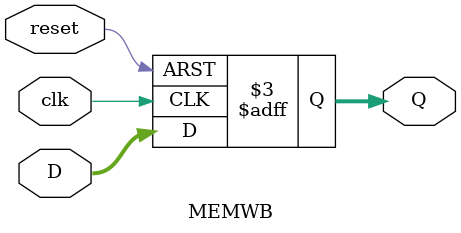
<source format=v>
module IFID #(parameter size = 96) (Q, D, clk, reset, hold, flush);
    input clk, reset, hold, flush;
    input [size-1:0] D;
    output reg [size-1:0] Q;

    always @(posedge clk or negedge reset) begin
        if (!reset) 
            Q <= 0;  
        else if (flush)
            Q <= 0;  
        else if (!hold) 
            Q <= D;  
    end
endmodule
//////////////////////////////////////////////////////

module IDEX #(parameter size = 153) (Q, D, clk, reset, flush);
input clk, reset, flush;
input [size-1:0] D;
output [size-1:0] Q;
reg [size-1:0] Q;
always @(posedge clk, negedge reset)
	begin
     if (!reset)
       Q<=0;
	  else if (flush)
       Q<=0;
     else
       Q<=D;
	end
endmodule
//////////////////////////////////////////////////////

module EXMEM #(parameter size = 106) (Q, D, clk, reset);
input clk, reset;
input [size-1:0] D;
output [size-1:0] Q;
 
reg [size-1:0] Q;
always @(posedge clk, negedge reset)
	begin
     if (~reset) begin 
       Q<=0;
		end
     else begin
	  
       Q<=D;
		 
	  end
	end
endmodule
//////////////////////////////////////////////////////
module MEMWB #(parameter size = 104) (Q, D, clk, reset);
input clk, reset;
input [size-1:0] D;
output [size-1:0] Q;
reg [size-1:0] Q;
always @(posedge clk, negedge reset)
	begin
     if (~reset)
       Q=0;
     else 
       Q=D;
	end
endmodule

</source>
